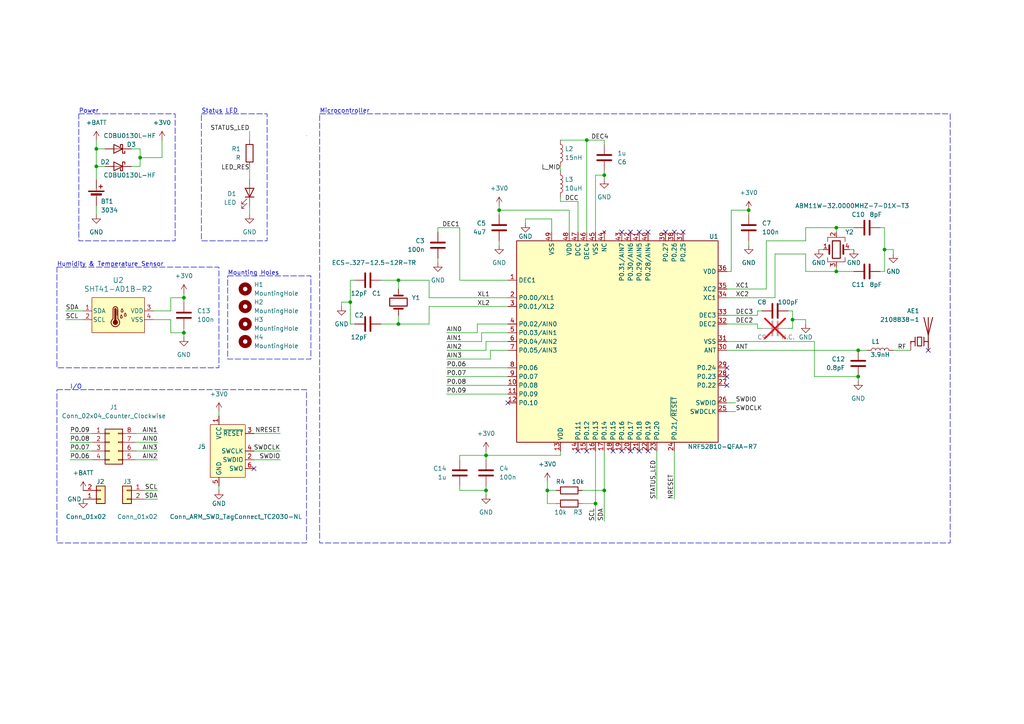
<source format=kicad_sch>
(kicad_sch (version 20230121) (generator eeschema)
  (paper "A4")
  (lib_symbols
    (symbol "Connector:Conn_ARM_SWD_TagConnect_TC2030-NL" (in_bom no)
      (property "Reference" "J" (at 2.54 11.43 0))
      (property "Value" "Conn_ARM_SWD_TagConnect_TC2030-NL" (at 2.54 8.89 0))
      (symbol "Conn_ARM_SWD_TagConnect_TC2030-NL_0_0"
        (pin power_in line (at -2.54 10.16 270) (length 2.54) (name "VCC") (number "1"))
        (pin bidirectional line (at 7.62 -2.54 180) (length 2.54) (name "SWDIO") (number "2"))
        (pin open_collector line (at 7.62 5.08 180) (length 2.54) (name "~{RESET}") (number "3"))
        (pin output line (at 7.62 0 180) (length 2.54) (name "SWCLK") (number "4"))
        (pin power_in line (at -2.54 -10.16 90) (length 2.54) (name "GND") (number "5"))
        (pin input line (at 7.62 -5.08 180) (length 2.54) (name "SWO") (number "6"))
      )
      (symbol "Conn_ARM_SWD_TagConnect_TC2030-NL_0_1"
        (rectangle (start -5.08 7.62) (end 5.08 -7.62) (fill (type background)))
      )
    )
    (symbol "Connector_Generic:Conn_01x02" (pin_names (offset 1.016) hide)
      (property "Reference" "J" (at 0 2.54 0))
      (property "Value" "Conn_01x02" (at 0 -5.08 0))
      (symbol "Conn_01x02_1_1"
        (rectangle (start -1.27 -2.413) (end 0 -2.667) (stroke (width 0.1524)))
        (rectangle (start -1.27 0.127) (end 0 -0.127) (stroke (width 0.1524)))
        (rectangle (start -1.27 1.27) (end 1.27 -3.81) (stroke (width 0.254)) (fill (type background)))
        (pin passive line (at -5.08 0 0) (length 3.81) (name "Pin_1") (number "1"))
        (pin passive line (at -5.08 -2.54 0) (length 3.81) (name "Pin_2") (number "2"))
      )
    )
    (symbol "Connector_Generic:Conn_02x04_Counter_Clockwise" (pin_names (offset 1.016) hide)
      (property "Reference" "J" (at 1.27 5.08 0))
      (property "Value" "Conn_02x04_Counter_Clockwise" (at 1.27 -7.62 0))
      (symbol "Conn_02x04_Counter_Clockwise_1_1"
        (rectangle (start -1.27 -4.953) (end 0 -5.207) (stroke (width 0.1524)))
        (rectangle (start -1.27 -2.413) (end 0 -2.667) (stroke (width 0.1524)))
        (rectangle (start -1.27 0.127) (end 0 -0.127) (stroke (width 0.1524)))
        (rectangle (start -1.27 2.667) (end 0 2.413) (stroke (width 0.1524)))
        (rectangle (start -1.27 3.81) (end 3.81 -6.35) (stroke (width 0.254)) (fill (type background)))
        (rectangle (start 3.81 -4.953) (end 2.54 -5.207) (stroke (width 0.1524)))
        (rectangle (start 3.81 -2.413) (end 2.54 -2.667) (stroke (width 0.1524)))
        (rectangle (start 3.81 0.127) (end 2.54 -0.127) (stroke (width 0.1524)))
        (rectangle (start 3.81 2.667) (end 2.54 2.413) (stroke (width 0.1524)))
        (pin passive line (at -5.08 2.54 0) (length 3.81) (name "Pin_1") (number "1"))
        (pin passive line (at -5.08 0 0) (length 3.81) (name "Pin_2") (number "2"))
        (pin passive line (at -5.08 -2.54 0) (length 3.81) (name "Pin_3") (number "3"))
        (pin passive line (at -5.08 -5.08 0) (length 3.81) (name "Pin_4") (number "4"))
        (pin passive line (at 7.62 -5.08 180) (length 3.81) (name "Pin_5") (number "5"))
        (pin passive line (at 7.62 -2.54 180) (length 3.81) (name "Pin_6") (number "6"))
        (pin passive line (at 7.62 0 180) (length 3.81) (name "Pin_7") (number "7"))
        (pin passive line (at 7.62 2.54 180) (length 3.81) (name "Pin_8") (number "8"))
      )
    )
    (symbol "Device:Antenna_Chip" (pin_numbers hide) (pin_names (offset 1.016) hide)
      (property "Reference" "AE" (at 0 5.08 0))
      (property "Value" "Antenna_Chip" (at 0 3.175 0))
      (symbol "Antenna_Chip_0_1"
        (polyline (pts (xy -2.54 0) (xy -2.54 -0.635)) (stroke (width 0.254)))
        (polyline (pts (xy -2.54 0) (xy -1.27 0)) (stroke (width 0.254)))
        (polyline (pts (xy 1.27 0) (xy 2.54 0)) (stroke (width 0.254)))
        (polyline (pts (xy 1.27 1.27) (xy 1.27 -1.27)) (stroke (width 0.254)))
        (polyline (pts (xy 2.54 -0.635) (xy 2.54 0)))
        (polyline (pts (xy 2.54 6.985) (xy 2.54 -1.905)) (stroke (width 0.254)))
        (polyline (pts (xy -1.27 1.27) (xy -1.27 -1.27) (xy -1.27 0)) (stroke (width 0.254)))
        (polyline (pts (xy 3.81 6.985) (xy 2.54 1.905) (xy 1.27 6.985)) (stroke (width 0.254)))
        (polyline (pts (xy -0.635 1.27) (xy 0.635 1.27) (xy 0.635 -1.27) (xy -0.635 -1.27) (xy -0.635 1.27)) (stroke (width 0.254)))
      )
      (symbol "Antenna_Chip_1_1"
        (pin input line (at -2.54 -2.54 90) (length 2.54) (name "FEED") (number "1"))
        (pin passive line (at 2.54 -2.54 90) (length 2.54) (name "PCB_Trace") (number "2"))
      )
    )
    (symbol "Device:Battery_Cell" (pin_numbers hide) (pin_names (offset 0) hide)
      (property "Reference" "BT" (at 2.54 2.54 0))
      (property "Value" "Battery_Cell" (at 2.54 0 0))
      (symbol "Battery_Cell_0_1"
        (rectangle (start -2.286 1.778) (end 2.286 1.524) (fill (type outline)))
        (rectangle (start -1.524 1.016) (end 1.524 0.508) (fill (type outline)))
        (polyline (pts (xy 0 0.762) (xy 0 0)))
        (polyline (pts (xy 0 1.778) (xy 0 2.54)))
        (polyline (pts (xy 0.762 3.048) (xy 1.778 3.048)) (stroke (width 0.254)))
        (polyline (pts (xy 1.27 3.556) (xy 1.27 2.54)) (stroke (width 0.254)))
      )
      (symbol "Battery_Cell_1_1"
        (pin passive line (at 0 5.08 270) (length 2.54) (name "+") (number "1"))
        (pin passive line (at 0 -2.54 90) (length 2.54) (name "-") (number "2"))
      )
    )
    (symbol "Device:C" (pin_numbers hide) (pin_names (offset 0.254))
      (property "Reference" "C" (at 0.635 2.54 0))
      (property "Value" "C" (at 0.635 -2.54 0))
      (symbol "C_0_1"
        (polyline (pts (xy -2.032 -0.762) (xy 2.032 -0.762)) (stroke (width 0.508)))
        (polyline (pts (xy -2.032 0.762) (xy 2.032 0.762)) (stroke (width 0.508)))
      )
      (symbol "C_1_1"
        (pin passive line (at 0 3.81 270) (length 2.794) (name "~") (number "1"))
        (pin passive line (at 0 -3.81 90) (length 2.794) (name "~") (number "2"))
      )
    )
    (symbol "Device:Crystal" (pin_numbers hide) (pin_names (offset 1.016) hide)
      (property "Reference" "Y" (at 0 3.81 0))
      (property "Value" "Crystal" (at 0 -3.81 0))
      (symbol "Crystal_0_1"
        (rectangle (start -1.143 2.54) (end 1.143 -2.54) (stroke (width 0.3048)))
        (polyline (pts (xy -2.54 0) (xy -1.905 0)))
        (polyline (pts (xy -1.905 -1.27) (xy -1.905 1.27)) (stroke (width 0.508)))
        (polyline (pts (xy 1.905 -1.27) (xy 1.905 1.27)) (stroke (width 0.508)))
        (polyline (pts (xy 2.54 0) (xy 1.905 0)))
      )
      (symbol "Crystal_1_1"
        (pin passive line (at -3.81 0 0) (length 1.27) (name "1") (number "1"))
        (pin passive line (at 3.81 0 180) (length 1.27) (name "2") (number "2"))
      )
    )
    (symbol "Device:Crystal_GND23" (pin_names (offset 1.016) hide)
      (property "Reference" "Y" (at 3.175 5.08 0))
      (property "Value" "Crystal_GND23" (at 3.175 3.175 0))
      (symbol "Crystal_GND23_0_1"
        (rectangle (start -1.143 2.54) (end 1.143 -2.54) (stroke (width 0.3048)))
        (polyline (pts (xy -2.54 0) (xy -2.032 0)))
        (polyline (pts (xy -2.032 -1.27) (xy -2.032 1.27)) (stroke (width 0.508)))
        (polyline (pts (xy 0 -3.81) (xy 0 -3.556)))
        (polyline (pts (xy 0 3.556) (xy 0 3.81)))
        (polyline (pts (xy 2.032 -1.27) (xy 2.032 1.27)) (stroke (width 0.508)))
        (polyline (pts (xy 2.032 0) (xy 2.54 0)))
        (polyline (pts (xy -2.54 -2.286) (xy -2.54 -3.556) (xy 2.54 -3.556) (xy 2.54 -2.286)))
        (polyline (pts (xy -2.54 2.286) (xy -2.54 3.556) (xy 2.54 3.556) (xy 2.54 2.286)))
      )
      (symbol "Crystal_GND23_1_1"
        (pin passive line (at -3.81 0 0) (length 1.27) (name "1") (number "1"))
        (pin passive line (at 0 5.08 270) (length 1.27) (name "2") (number "2"))
        (pin passive line (at 0 -5.08 90) (length 1.27) (name "3") (number "3"))
        (pin passive line (at 3.81 0 180) (length 1.27) (name "4") (number "4"))
      )
    )
    (symbol "Device:D_Schottky" (pin_numbers hide) (pin_names (offset 1.016) hide)
      (property "Reference" "D" (at 0 2.54 0))
      (property "Value" "D_Schottky" (at 0 -2.54 0))
      (symbol "D_Schottky_0_1"
        (polyline (pts (xy 1.27 0) (xy -1.27 0)))
        (polyline (pts (xy 1.27 1.27) (xy 1.27 -1.27) (xy -1.27 0) (xy 1.27 1.27)) (stroke (width 0.254)))
        (polyline (pts (xy -1.905 0.635) (xy -1.905 1.27) (xy -1.27 1.27) (xy -1.27 -1.27) (xy -0.635 -1.27) (xy -0.635 -0.635)) (stroke (width 0.254)))
      )
      (symbol "D_Schottky_1_1"
        (pin passive line (at -3.81 0 0) (length 2.54) (name "K") (number "1"))
        (pin passive line (at 3.81 0 180) (length 2.54) (name "A") (number "2"))
      )
    )
    (symbol "Device:L" (pin_numbers hide) (pin_names (offset 1.016) hide)
      (property "Reference" "L" (at -1.27 0 90))
      (property "Value" "L" (at 1.905 0 90))
      (symbol "L_0_1"
        (arc (start 0 -2.54) (mid 0.6323 -1.905) (end 0 -1.27))
        (arc (start 0 -1.27) (mid 0.6323 -0.635) (end 0 0))
        (arc (start 0 0) (mid 0.6323 0.635) (end 0 1.27))
        (arc (start 0 1.27) (mid 0.6323 1.905) (end 0 2.54))
      )
      (symbol "L_1_1"
        (pin passive line (at 0 3.81 270) (length 1.27) (name "1") (number "1"))
        (pin passive line (at 0 -3.81 90) (length 1.27) (name "2") (number "2"))
      )
    )
    (symbol "Device:LED" (pin_numbers hide) (pin_names (offset 1.016) hide)
      (property "Reference" "D" (at 0 2.54 0))
      (property "Value" "LED" (at 0 -2.54 0))
      (symbol "LED_0_1"
        (polyline (pts (xy -1.27 -1.27) (xy -1.27 1.27)) (stroke (width 0.254)))
        (polyline (pts (xy -1.27 0) (xy 1.27 0)))
        (polyline (pts (xy 1.27 -1.27) (xy 1.27 1.27) (xy -1.27 0) (xy 1.27 -1.27)) (stroke (width 0.254)))
        (polyline (pts (xy -3.048 -0.762) (xy -4.572 -2.286) (xy -3.81 -2.286) (xy -4.572 -2.286) (xy -4.572 -1.524)))
        (polyline (pts (xy -1.778 -0.762) (xy -3.302 -2.286) (xy -2.54 -2.286) (xy -3.302 -2.286) (xy -3.302 -1.524)))
      )
      (symbol "LED_1_1"
        (pin passive line (at -3.81 0 0) (length 2.54) (name "K") (number "1"))
        (pin passive line (at 3.81 0 180) (length 2.54) (name "A") (number "2"))
      )
    )
    (symbol "Device:R" (pin_numbers hide) (pin_names (offset 0))
      (property "Reference" "R" (at 2.032 0 90))
      (property "Value" "R" (at 0 0 90))
      (symbol "R_0_1"
        (rectangle (start -1.016 -2.54) (end 1.016 2.54) (stroke (width 0.254)))
      )
      (symbol "R_1_1"
        (pin passive line (at 0 3.81 270) (length 1.27) (name "~") (number "1"))
        (pin passive line (at 0 -3.81 90) (length 1.27) (name "~") (number "2"))
      )
    )
    (symbol "Mechanical:MountingHole" (pin_names (offset 1.016))
      (property "Reference" "H" (at 0 5.08 0))
      (property "Value" "MountingHole" (at 0 3.175 0))
      (symbol "MountingHole_0_1"
        (circle (center 0 0) (radius 1.27) (stroke (width 1.27)))
      )
    )
    (symbol "encyclopedia_galactica:NRF52810-QFAA-R7"
      (property "Reference" "U" (at 0 54.61 0))
      (property "Value" "NRF52810-QFAA-R7" (at 0 52.07 0))
      (symbol "NRF52810-QFAA-R7_0_1"
        (rectangle (start -29.21 29.21) (end 29.21 -29.21) (stroke (width 0.254)) (fill (type background)))
      )
      (symbol "NRF52810-QFAA-R7_1_1"
        (pin passive line (at -31.75 17.78 0) (length 2.54) (name "DEC1") (number "1"))
        (pin bidirectional line (at -31.75 -12.7 0) (length 2.54) (name "P0.08") (number "10"))
        (pin bidirectional line (at -31.75 -15.24 0) (length 2.54) (name "P0.09") (number "11"))
        (pin bidirectional line (at -31.75 -17.78 0) (length 2.54) (name "P0.10") (number "12"))
        (pin power_in line (at -16.51 -31.75 90) (length 2.54) (name "VDD") (number "13"))
        (pin bidirectional line (at -11.43 -31.75 90) (length 2.54) (name "P0.11") (number "14"))
        (pin bidirectional line (at -8.89 -31.75 90) (length 2.54) (name "P0.12") (number "15"))
        (pin bidirectional line (at -6.35 -31.75 90) (length 2.54) (name "P0.13") (number "16"))
        (pin bidirectional line (at -3.81 -31.75 90) (length 2.54) (name "P0.14") (number "17"))
        (pin bidirectional line (at -1.27 -31.75 90) (length 2.54) (name "P0.15") (number "18"))
        (pin bidirectional line (at 1.27 -31.75 90) (length 2.54) (name "P0.16") (number "19"))
        (pin bidirectional line (at -31.75 12.7 0) (length 2.54) (name "P0.00/XL1") (number "2"))
        (pin bidirectional line (at 3.81 -31.75 90) (length 2.54) (name "P0.17") (number "20"))
        (pin bidirectional line (at 6.35 -31.75 90) (length 2.54) (name "P0.18") (number "21"))
        (pin bidirectional line (at 8.89 -31.75 90) (length 2.54) (name "P0.19") (number "22"))
        (pin bidirectional line (at 11.43 -31.75 90) (length 2.54) (name "P0.20") (number "23"))
        (pin bidirectional line (at 16.51 -31.75 90) (length 2.54) (name "P0.21/~{RESET}") (number "24"))
        (pin input line (at 31.75 -20.32 180) (length 2.54) (name "SWDCLK") (number "25"))
        (pin bidirectional line (at 31.75 -17.78 180) (length 2.54) (name "SWDIO") (number "26"))
        (pin bidirectional line (at 31.75 -12.7 180) (length 2.54) (name "P0.22") (number "27"))
        (pin bidirectional line (at 31.75 -10.16 180) (length 2.54) (name "P0.23") (number "28"))
        (pin bidirectional line (at 31.75 -7.62 180) (length 2.54) (name "P0.24") (number "29"))
        (pin bidirectional line (at -31.75 10.16 0) (length 2.54) (name "P0.01/XL2") (number "3"))
        (pin passive line (at 31.75 -2.54 180) (length 2.54) (name "ANT") (number "30"))
        (pin power_in line (at 31.75 0 180) (length 2.54) (name "VSS") (number "31"))
        (pin passive line (at 31.75 5.08 180) (length 2.54) (name "DEC2") (number "32"))
        (pin passive line (at 31.75 7.62 180) (length 2.54) (name "DEC3") (number "33"))
        (pin input line (at 31.75 12.7 180) (length 2.54) (name "XC1") (number "34"))
        (pin input line (at 31.75 15.24 180) (length 2.54) (name "XC2") (number "35"))
        (pin passive line (at 31.75 20.32 180) (length 2.54) (name "VDD") (number "36"))
        (pin bidirectional line (at 19.05 31.75 270) (length 2.54) (name "P0.25") (number "37"))
        (pin bidirectional line (at 16.51 31.75 270) (length 2.54) (name "P0.26") (number "38"))
        (pin bidirectional line (at 13.97 31.75 270) (length 2.54) (name "P0.27") (number "39"))
        (pin bidirectional line (at -31.75 5.08 0) (length 2.54) (name "P0.02/AIN0") (number "4"))
        (pin bidirectional line (at 8.89 31.75 270) (length 2.54) (name "P0.28/AIN4") (number "40"))
        (pin bidirectional line (at 6.35 31.75 270) (length 2.54) (name "P0.29/AIN5") (number "41"))
        (pin bidirectional line (at 3.81 31.75 270) (length 2.54) (name "P0.30/AIN6") (number "42"))
        (pin bidirectional line (at 1.27 31.75 270) (length 2.54) (name "P0.31/AIN7") (number "43"))
        (pin no_connect line (at -3.81 31.75 270) (length 2.54) (name "NC") (number "44"))
        (pin passive line (at -6.35 31.75 270) (length 2.54) (name "VSS") (number "45"))
        (pin passive line (at -8.89 31.75 270) (length 2.54) (name "DEC4") (number "46"))
        (pin power_out line (at -11.43 31.75 270) (length 2.54) (name "DCC") (number "47"))
        (pin passive line (at -13.97 31.75 270) (length 2.54) (name "VDD") (number "48"))
        (pin passive line (at -19.05 31.75 270) (length 2.54) (name "VSS") (number "49"))
        (pin bidirectional line (at -31.75 2.54 0) (length 2.54) (name "P0.03/AIN1") (number "5"))
        (pin bidirectional line (at -31.75 0 0) (length 2.54) (name "P0.04/AIN2") (number "6"))
        (pin bidirectional line (at -31.75 -2.54 0) (length 2.54) (name "P0.05/AIN3") (number "7"))
        (pin bidirectional line (at -31.75 -7.62 0) (length 2.54) (name "P0.06") (number "8"))
        (pin bidirectional line (at -31.75 -10.16 0) (length 2.54) (name "P0.07") (number "9"))
      )
    )
    (symbol "encyclopedia_galactica:SHT41-AD1B-R2" (pin_names (offset 0.254))
      (property "Reference" "U" (at 0 13.97 0))
      (property "Value" "SHT41-AD1B-R2" (at 0 11.43 0))
      (symbol "SHT41-AD1B-R2_0_0"
        (polyline (pts (xy -0.7782 -2.7679) (xy -0.7538 -2.7614) (xy -0.6273 -2.7452) (xy -0.5713 -2.733) (xy -0.4386 -2.65) (xy -0.3005 -2.5149) (xy -0.1862 -2.3589) (xy -0.1253 -2.2133) (xy -0.1122 -1.9777) (xy -0.1841 -1.7536) (xy -0.3553 -1.5359) (xy -0.5465 -1.3446) (xy -0.5465 0.2882) (xy -0.5465 1.9209) (xy -0.6855 2.012) (xy -0.7691 2.0613) (xy -0.8546 2.0708) (xy -0.9634 2.012) (xy -1.1023 1.9209) (xy -1.1023 0.2767) (xy -1.1023 -1.3675) (xy -1.2424 -1.4777) (xy -1.2888 -1.5171) (xy -1.4497 -1.7284) (xy -1.5229 -1.9679) (xy -1.5126 -2.2124) (xy -1.4228 -2.4384) (xy -1.2576 -2.6226) (xy -1.0211 -2.7416) (xy -0.8813 -2.7694) (xy -0.7782 -2.7679)) (stroke (width 0.01)) (fill (type outline)))
        (polyline (pts (xy 2.1727 -0.3391) (xy 2.3119 -0.2679) (xy 2.3683 -0.175) (xy 2.3992 -0.0278) (xy 2.3871 0.0546) (xy 2.337 0.2108) (xy 2.2619 0.3868) (xy 2.177 0.5511) (xy 2.0973 0.6727) (xy 2.0379 0.7202) (xy 1.9994 0.6955) (xy 1.9245 0.5928) (xy 1.8393 0.4391) (xy 1.7593 0.2658) (xy 1.6999 0.1045) (xy 1.6767 -0.0135) (xy 1.6805 -0.0349) (xy 1.7878 -0.0349) (xy 1.7977 0.0177) (xy 1.8421 0.1542) (xy 1.9103 0.3256) (xy 2.0328 0.6103) (xy 2.1597 0.3359) (xy 2.2226 0.1922) (xy 2.2764 0.0231) (xy 2.275 -0.0919) (xy 2.2213 -0.1774) (xy 2.1655 -0.214) (xy 2.0379 -0.2441) (xy 1.9584 -0.2324) (xy 1.8367 -0.1559) (xy 1.7878 -0.0349) (xy 1.6805 -0.0349) (xy 1.6952 -0.1171) (xy 1.7686 -0.2536) (xy 1.8305 -0.3015) (xy 1.9945 -0.3498) (xy 2.1727 -0.3391)) (stroke (width 0.01)) (fill (type outline)))
        (polyline (pts (xy 1.2779 0.8852) (xy 1.3876 0.9342) (xy 1.439 1.0346) (xy 1.4494 1.2197) (xy 1.4056 1.4476) (xy 1.3104 1.6903) (xy 1.2438 1.815) (xy 1.1682 1.9333) (xy 1.1209 1.9791) (xy 1.087 1.9506) (xy 1.016 1.8457) (xy 0.9313 1.6903) (xy 0.8493 1.4902) (xy 0.7962 1.2577) (xy 0.7964 1.2083) (xy 0.8985 1.2083) (xy 0.907 1.2863) (xy 0.947 1.4367) (xy 1.0063 1.5899) (xy 1.0699 1.7089) (xy 1.1227 1.7568) (xy 1.1687 1.7194) (xy 1.2295 1.6057) (xy 1.286 1.4514) (xy 1.3252 1.2933) (xy 1.3338 1.1679) (xy 1.3235 1.1054) (xy 1.2709 1.0212) (xy 1.1467 0.9899) (xy 1.1356 0.9889) (xy 0.987 0.994) (xy 0.9164 1.0597) (xy 0.8985 1.2083) (xy 0.7964 1.2083) (xy 0.7968 1.063) (xy 0.8541 0.9342) (xy 0.9555 0.8871) (xy 1.116 0.8695) (xy 1.2779 0.8852)) (stroke (width 0.01)) (fill (type outline)))
        (polyline (pts (xy 1.1245 -0.8535) (xy 1.1312 -0.8498) (xy 1.2085 -0.7577) (xy 1.2315 -0.5895) (xy 1.2238 -0.507) (xy 1.1823 -0.3342) (xy 1.116 -0.1464) (xy 1.038 0.0259) (xy 0.9612 0.1517) (xy 0.8985 0.2005) (xy 0.864 0.1827) (xy 0.7914 0.0847) (xy 0.7123 -0.0722) (xy 0.6397 -0.2572) (xy 0.5864 -0.4397) (xy 0.5682 -0.5702) (xy 0.6762 -0.5702) (xy 0.6847 -0.4923) (xy 0.7246 -0.3419) (xy 0.784 -0.1887) (xy 0.8476 -0.0697) (xy 0.9004 -0.0218) (xy 0.9464 -0.0591) (xy 1.0072 -0.1728) (xy 1.0637 -0.3271) (xy 1.1029 -0.4853) (xy 1.1115 -0.6106) (xy 1.1012 -0.6731) (xy 1.0485 -0.7574) (xy 0.9243 -0.7887) (xy 0.9133 -0.7897) (xy 0.7647 -0.7846) (xy 0.6941 -0.7188) (xy 0.6762 -0.5702) (xy 0.5682 -0.5702) (xy 0.5656 -0.5887) (xy 0.5845 -0.7427) (xy 0.6623 -0.851) (xy 0.7257 -0.88) (xy 0.9286 -0.906) (xy 1.1245 -0.8535)) (stroke (width 0.01)) (fill (type outline)))
        (polyline (pts (xy -0.5545 -3.3797) (xy -0.2175 -3.2426) (xy 0.0945 -2.9972) (xy 0.1243 -2.9669) (xy 0.3463 -2.6832) (xy 0.4707 -2.3844) (xy 0.5089 -2.044) (xy 0.476 -1.8294) (xy 0.3828 -1.5698) (xy 0.2505 -1.3237) (xy 0.1 -1.1376) (xy -0.0463 -1.0029) (xy -0.0464 0.4742) (xy -0.0467 0.7893) (xy -0.0488 1.1761) (xy -0.0534 1.4752) (xy -0.0614 1.7005) (xy -0.0736 1.8661) (xy -0.0909 1.986) (xy -0.1139 2.0742) (xy -0.1437 2.1447) (xy -0.2598 2.3183) (xy -0.4689 2.4887) (xy -0.7142 2.5745) (xy -0.9722 2.5687) (xy -1.2192 2.4643) (xy -1.2384 2.4513) (xy -1.3421 2.3751) (xy -1.424 2.294) (xy -1.4867 2.1948) (xy -1.5327 2.0641) (xy -1.5646 1.8887) (xy -1.585 1.6553) (xy -1.5964 1.3506) (xy -1.6014 0.9613) (xy -1.6025 0.4742) (xy -1.6026 -1.0029) (xy -1.7489 -1.1376) (xy -1.8907 -1.3105) (xy -2.0247 -1.5544) (xy -2.1208 -1.8145) (xy -2.1578 -2.044) (xy -2.1575 -2.0827) (xy -2.138 -2.2218) (xy -1.9808 -2.2218) (xy -1.9707 -1.897) (xy -1.8626 -1.5804) (xy -1.6554 -1.2905) (xy -1.4358 -1.0597) (xy -1.4358 0.4346) (xy -1.4358 0.4797) (xy -1.4346 0.9365) (xy -1.4309 1.2963) (xy -1.424 1.572) (xy -1.4133 1.7764) (xy -1.398 1.9226) (xy -1.3777 2.0235) (xy -1.3515 2.0921) (xy -1.3513 2.0925) (xy -1.216 2.2564) (xy -1.0244 2.3768) (xy -0.8244 2.4237) (xy -0.7891 2.4224) (xy -0.5709 2.3561) (xy -0.3871 2.2073) (xy -0.2603 2.0002) (xy -0.2131 1.7595) (xy -0.2144 1.7118) (xy -0.2434 1.6157) (xy -0.3242 1.59) (xy -0.389 1.5745) (xy -0.4354 1.5066) (xy -0.4147 1.458) (xy -0.3242 1.4233) (xy -0.2391 1.3933) (xy -0.2131 1.2843) (xy -0.237 1.1779) (xy -0.3242 1.1454) (xy -0.389 1.1299) (xy -0.4354 1.062) (xy -0.4147 1.0134) (xy -0.3242 0.9786) (xy -0.2391 0.9486) (xy -0.2131 0.8397) (xy -0.237 0.7333) (xy -0.3242 0.7007) (xy -0.389 0.6853) (xy -0.4354 0.6174) (xy -0.4147 0.5687) (xy -0.3242 0.534) (xy -0.2391 0.504) (xy -0.2131 0.395) (xy -0.237 0.2887) (xy -0.3242 0.2561) (xy -0.389 0.2406) (xy -0.4354 0.1727) (xy -0.4147 0.1241) (xy -0.3242 0.0894) (xy -0.3128 0.0892) (xy -0.2667 0.0778) (xy -0.2375 0.0345) (xy -0.2213 -0.0606) (xy -0.2145 -0.2272) (xy -0.2131 -0.4852) (xy -0.2131 -1.0597) (xy 0.0065 -1.2905) (xy 0.1132 -1.418) (xy 0.2758 -1.7239) (xy 0.3386 -2.0486) (xy 0.3025 -2.3736) (xy 0.168 -2.6806) (xy -0.0639 -2.9511) (xy -0.1168 -2.9941) (xy -0.3007 -3.1115) (xy -0.4755 -3.1865) (xy -0.586 -3.2131) (xy -0.9384 -3.2355) (xy -1.2628 -3.1514) (xy -1.568 -2.9592) (xy -1.7106 -2.8208) (xy -1.8938 -2.5359) (xy -1.9808 -2.2218) (xy -2.138 -2.2218) (xy -2.1106 -2.4174) (xy -1.9764 -2.7137) (xy -1.7434 -2.9978) (xy -1.5826 -3.142) (xy -1.4085 -3.2682) (xy -1.2691 -3.3395) (xy -0.9161 -3.4084) (xy -0.5545 -3.3797)) (stroke (width 0.01)) (fill (type outline)))
      )
      (symbol "SHT41-AD1B-R2_1_1"
        (rectangle (start -7.62 5.08) (end 7.62 -5.08) (fill (type background)))
        (pin bidirectional line (at -10.16 1.27 0) (length 2.54) (name "SDA") (number "1"))
        (pin input line (at -10.16 -1.27 0) (length 2.54) (name "SCL") (number "2"))
        (pin power_in line (at 10.16 1.27 180) (length 2.54) (name "VDD") (number "3"))
        (pin power_out line (at 10.16 -1.27 180) (length 2.54) (name "VSS") (number "4"))
      )
    )
    (symbol "power:+3V0" (power) (pin_names (offset 0))
      (property "Value" "+3V0" (at 0 3.556 0))
      (symbol "+3V0_0_1"
        (polyline (pts (xy -0.762 1.27) (xy 0 2.54)))
        (polyline (pts (xy 0 0) (xy 0 2.54)))
        (polyline (pts (xy 0 2.54) (xy 0.762 1.27)))
      )
      (symbol "+3V0_1_1"
        (pin power_in line (at 0 0 90) (length 0) hide (name "+3V0") (number "1"))
      )
    )
    (symbol "power:+BATT" (power) (pin_names (offset 0))
      (property "Value" "+BATT" (at 0 3.556 0))
      (symbol "+BATT_0_1"
        (polyline (pts (xy -0.762 1.27) (xy 0 2.54)))
        (polyline (pts (xy 0 0) (xy 0 2.54)))
        (polyline (pts (xy 0 2.54) (xy 0.762 1.27)))
      )
      (symbol "+BATT_1_1"
        (pin power_in line (at 0 0 90) (length 0) hide (name "+BATT") (number "1"))
      )
    )
    (symbol "power:GND" (power) (pin_names (offset 0))
      (property "Value" "GND" (at 0 -3.81 0))
      (symbol "GND_0_1"
        (polyline (pts (xy 0 0) (xy 0 -1.27) (xy 1.27 -1.27) (xy 0 -2.54) (xy -1.27 -1.27) (xy 0 -1.27)))
      )
      (symbol "GND_1_1"
        (pin power_in line (at 0 0 270) (length 0) hide (name "GND") (number "1"))
      )
    )
  )
  (junction (at 140.97 142.24))
  (junction (at 242.57 66.04))
  (junction (at 27.94 48.26))
  (junction (at 217.17 60.96))
  (junction (at 248.92 109.22))
  (junction (at 140.97 132.08))
  (junction (at 175.26 50.8))
  (junction (at 158.75 142.24))
  (junction (at 248.92 101.6))
  (junction (at 144.78 60.96))
  (junction (at 115.57 93.98))
  (junction (at 53.34 96.52))
  (junction (at 27.94 43.18))
  (junction (at 170.18 40.64))
  (junction (at 175.26 142.24))
  (junction (at 172.72 146.05))
  (junction (at 40.64 45.72))
  (junction (at 242.57 78.74))
  (junction (at 101.6 87.63))
  (junction (at 229.87 92.71))
  (junction (at 115.57 81.28))
  (junction (at 53.34 86.36))
  (junction (at 256.54 72.39))
  (no_connect (at 182.88 130.81))
  (no_connect (at 73.66 135.89))
  (no_connect (at 210.82 111.76))
  (no_connect (at 210.82 109.22))
  (no_connect (at 167.64 130.81))
  (no_connect (at 269.24 101.6))
  (no_connect (at 180.34 130.81))
  (no_connect (at 170.18 130.81))
  (no_connect (at 177.8 130.81))
  (no_connect (at 187.96 67.31))
  (no_connect (at 147.32 116.84))
  (no_connect (at 185.42 130.81))
  (no_connect (at 185.42 67.31))
  (no_connect (at 180.34 67.31))
  (no_connect (at 187.96 130.81))
  (no_connect (at 195.58 67.31))
  (no_connect (at 193.04 67.31))
  (no_connect (at 182.88 67.31))
  (no_connect (at 210.82 106.68))
  (no_connect (at 198.12 67.31))
  (wire (pts (xy 129.54 99.06) (xy 139.7 99.06)))
  (wire (pts (xy 127 74.93) (xy 127 76.2)))
  (wire (pts (xy 101.6 93.98) (xy 101.6 87.63)))
  (wire (pts (xy 175.26 49.53) (xy 175.26 50.8)))
  (wire (pts (xy 242.57 78.74) (xy 242.57 77.47)))
  (wire (pts (xy 212.09 78.74) (xy 210.82 78.74)))
  (wire (pts (xy 19.05 92.71) (xy 24.13 92.71)))
  (wire (pts (xy 147.32 96.52) (xy 139.7 96.52)))
  (wire (pts (xy 222.25 69.85) (xy 222.25 83.82)))
  (wire (pts (xy 129.54 114.3) (xy 147.32 114.3)))
  (wire (pts (xy 233.68 92.71) (xy 229.87 92.71)))
  (wire (pts (xy 161.29 142.24) (xy 158.75 142.24)))
  (wire (pts (xy 224.79 73.66) (xy 233.68 73.66)))
  (wire (pts (xy 38.1 43.18) (xy 40.64 43.18)))
  (wire (pts (xy 172.72 146.05) (xy 172.72 151.13)))
  (wire (pts (xy 160.02 63.5) (xy 152.4 63.5)))
  (wire (pts (xy 53.34 85.09) (xy 53.34 86.36)))
  (wire (pts (xy 115.57 81.28) (xy 115.57 83.82)))
  (wire (pts (xy 190.5 130.81) (xy 190.5 144.78)))
  (wire (pts (xy 124.46 81.28) (xy 124.46 86.36)))
  (wire (pts (xy 259.08 101.6) (xy 264.16 101.6)))
  (wire (pts (xy 27.94 48.26) (xy 30.48 48.26)))
  (wire (pts (xy 27.94 59.69) (xy 27.94 62.23)))
  (wire (pts (xy 144.78 71.12) (xy 144.78 69.85)))
  (wire (pts (xy 140.97 99.06) (xy 140.97 101.6)))
  (wire (pts (xy 39.37 130.81) (xy 45.72 130.81)))
  (wire (pts (xy 49.53 86.36) (xy 53.34 86.36)))
  (wire (pts (xy 256.54 78.74) (xy 256.54 72.39)))
  (wire (pts (xy 162.56 58.42) (xy 167.64 58.42)))
  (wire (pts (xy 220.98 95.25) (xy 219.71 95.25)))
  (wire (pts (xy 72.39 38.1) (xy 72.39 40.64)))
  (wire (pts (xy 102.87 93.98) (xy 101.6 93.98)))
  (wire (pts (xy 140.97 140.97) (xy 140.97 142.24)))
  (wire (pts (xy 129.54 101.6) (xy 140.97 101.6)))
  (wire (pts (xy 129.54 106.68) (xy 147.32 106.68)))
  (wire (pts (xy 140.97 132.08) (xy 140.97 133.35)))
  (wire (pts (xy 129.54 109.22) (xy 147.32 109.22)))
  (wire (pts (xy 127 67.31) (xy 127 66.04)))
  (wire (pts (xy 27.94 40.64) (xy 27.94 43.18)))
  (wire (pts (xy 133.35 81.28) (xy 133.35 66.04)))
  (wire (pts (xy 133.35 66.04) (xy 127 66.04)))
  (wire (pts (xy 147.32 93.98) (xy 138.43 93.98)))
  (wire (pts (xy 233.68 93.98) (xy 233.68 92.71)))
  (wire (pts (xy 248.92 101.6) (xy 251.46 101.6)))
  (wire (pts (xy 229.87 92.71) (xy 229.87 95.25)))
  (wire (pts (xy 49.53 90.17) (xy 49.53 86.36)))
  (wire (pts (xy 39.37 133.35) (xy 45.72 133.35)))
  (wire (pts (xy 40.64 43.18) (xy 40.64 45.72)))
  (wire (pts (xy 133.35 132.08) (xy 140.97 132.08)))
  (wire (pts (xy 53.34 86.36) (xy 53.34 87.63)))
  (wire (pts (xy 242.57 66.04) (xy 233.68 66.04)))
  (wire (pts (xy 238.76 72.39) (xy 237.49 72.39)))
  (wire (pts (xy 170.18 40.64) (xy 170.18 67.31)))
  (wire (pts (xy 129.54 111.76) (xy 147.32 111.76)))
  (wire (pts (xy 220.98 90.17) (xy 219.71 90.17)))
  (wire (pts (xy 172.72 130.81) (xy 172.72 146.05)))
  (wire (pts (xy 140.97 130.81) (xy 140.97 132.08)))
  (wire (pts (xy 165.1 60.96) (xy 144.78 60.96)))
  (wire (pts (xy 228.6 90.17) (xy 229.87 90.17)))
  (wire (pts (xy 20.32 128.27) (xy 26.67 128.27)))
  (wire (pts (xy 210.82 99.06) (xy 236.22 99.06)))
  (wire (pts (xy 99.06 88.9) (xy 99.06 87.63)))
  (wire (pts (xy 133.35 140.97) (xy 133.35 142.24)))
  (wire (pts (xy 210.82 101.6) (xy 248.92 101.6)))
  (wire (pts (xy 110.49 81.28) (xy 115.57 81.28)))
  (wire (pts (xy 142.24 101.6) (xy 142.24 104.14)))
  (wire (pts (xy 139.7 96.52) (xy 139.7 99.06)))
  (wire (pts (xy 20.32 130.81) (xy 26.67 130.81)))
  (wire (pts (xy 165.1 67.31) (xy 165.1 60.96)))
  (wire (pts (xy 224.79 73.66) (xy 224.79 86.36)))
  (wire (pts (xy 161.29 146.05) (xy 158.75 146.05)))
  (wire (pts (xy 158.75 142.24) (xy 158.75 139.7)))
  (wire (pts (xy 140.97 132.08) (xy 162.56 132.08)))
  (wire (pts (xy 242.57 66.04) (xy 242.57 67.31)))
  (wire (pts (xy 256.54 66.04) (xy 255.27 66.04)))
  (wire (pts (xy 233.68 78.74) (xy 242.57 78.74)))
  (wire (pts (xy 195.58 130.81) (xy 195.58 144.78)))
  (wire (pts (xy 236.22 99.06) (xy 236.22 109.22)))
  (wire (pts (xy 40.64 48.26) (xy 38.1 48.26)))
  (wire (pts (xy 247.65 72.39) (xy 246.38 72.39)))
  (wire (pts (xy 217.17 60.96) (xy 217.17 62.23)))
  (wire (pts (xy 45.72 142.24) (xy 41.91 142.24)))
  (wire (pts (xy 162.56 48.26) (xy 162.56 49.53)))
  (wire (pts (xy 138.43 93.98) (xy 138.43 96.52)))
  (wire (pts (xy 236.22 109.22) (xy 248.92 109.22)))
  (wire (pts (xy 46.99 40.64) (xy 46.99 45.72)))
  (wire (pts (xy 115.57 93.98) (xy 124.46 93.98)))
  (wire (pts (xy 63.5 140.97) (xy 63.5 142.24)))
  (wire (pts (xy 40.64 45.72) (xy 40.64 48.26)))
  (wire (pts (xy 20.32 125.73) (xy 26.67 125.73)))
  (wire (pts (xy 210.82 93.98) (xy 219.71 93.98)))
  (wire (pts (xy 45.72 144.78) (xy 41.91 144.78)))
  (wire (pts (xy 217.17 69.85) (xy 217.17 71.12)))
  (wire (pts (xy 20.32 133.35) (xy 26.67 133.35)))
  (wire (pts (xy 53.34 96.52) (xy 53.34 97.79)))
  (wire (pts (xy 259.08 73.66) (xy 259.08 72.39)))
  (wire (pts (xy 124.46 86.36) (xy 147.32 86.36)))
  (wire (pts (xy 124.46 88.9) (xy 147.32 88.9)))
  (wire (pts (xy 72.39 59.69) (xy 72.39 62.23)))
  (wire (pts (xy 175.26 142.24) (xy 175.26 151.13)))
  (wire (pts (xy 72.39 48.26) (xy 72.39 52.07)))
  (wire (pts (xy 160.02 67.31) (xy 160.02 63.5)))
  (wire (pts (xy 73.66 130.81) (xy 81.28 130.81)))
  (wire (pts (xy 39.37 125.73) (xy 45.72 125.73)))
  (wire (pts (xy 115.57 81.28) (xy 124.46 81.28)))
  (wire (pts (xy 210.82 91.44) (xy 219.71 91.44)))
  (wire (pts (xy 212.09 60.96) (xy 217.17 60.96)))
  (wire (pts (xy 46.99 45.72) (xy 40.64 45.72)))
  (wire (pts (xy 175.26 40.64) (xy 175.26 41.91)))
  (wire (pts (xy 144.78 59.69) (xy 144.78 60.96)))
  (wire (pts (xy 228.6 95.25) (xy 229.87 95.25)))
  (wire (pts (xy 255.27 78.74) (xy 256.54 78.74)))
  (wire (pts (xy 138.43 96.52) (xy 129.54 96.52)))
  (wire (pts (xy 133.35 133.35) (xy 133.35 132.08)))
  (wire (pts (xy 124.46 93.98) (xy 124.46 88.9)))
  (wire (pts (xy 175.26 50.8) (xy 175.26 52.07)))
  (wire (pts (xy 210.82 119.38) (xy 213.36 119.38)))
  (wire (pts (xy 101.6 87.63) (xy 101.6 81.28)))
  (wire (pts (xy 170.18 40.64) (xy 175.26 40.64)))
  (wire (pts (xy 147.32 101.6) (xy 142.24 101.6)))
  (wire (pts (xy 162.56 40.64) (xy 170.18 40.64)))
  (wire (pts (xy 63.5 119.38) (xy 63.5 120.65)))
  (wire (pts (xy 158.75 146.05) (xy 158.75 142.24)))
  (wire (pts (xy 53.34 95.25) (xy 53.34 96.52)))
  (wire (pts (xy 224.79 86.36) (xy 210.82 86.36)))
  (wire (pts (xy 219.71 93.98) (xy 219.71 95.25)))
  (wire (pts (xy 144.78 60.96) (xy 144.78 62.23)))
  (wire (pts (xy 233.68 66.04) (xy 233.68 69.85)))
  (wire (pts (xy 142.24 104.14) (xy 129.54 104.14)))
  (wire (pts (xy 175.26 130.81) (xy 175.26 142.24)))
  (wire (pts (xy 39.37 128.27) (xy 45.72 128.27)))
  (wire (pts (xy 248.92 109.22) (xy 248.92 110.49)))
  (wire (pts (xy 44.45 90.17) (xy 49.53 90.17)))
  (wire (pts (xy 256.54 72.39) (xy 256.54 66.04)))
  (wire (pts (xy 172.72 50.8) (xy 175.26 50.8)))
  (wire (pts (xy 73.66 133.35) (xy 81.28 133.35)))
  (wire (pts (xy 259.08 72.39) (xy 256.54 72.39)))
  (wire (pts (xy 49.53 92.71) (xy 49.53 96.52)))
  (wire (pts (xy 147.32 81.28) (xy 133.35 81.28)))
  (wire (pts (xy 233.68 78.74) (xy 233.68 73.66)))
  (wire (pts (xy 247.65 66.04) (xy 242.57 66.04)))
  (wire (pts (xy 44.45 92.71) (xy 49.53 92.71)))
  (wire (pts (xy 229.87 90.17) (xy 229.87 92.71)))
  (wire (pts (xy 140.97 142.24) (xy 140.97 143.51)))
  (wire (pts (xy 115.57 91.44) (xy 115.57 93.98)))
  (wire (pts (xy 19.05 90.17) (xy 24.13 90.17)))
  (wire (pts (xy 167.64 58.42) (xy 167.64 67.31)))
  (wire (pts (xy 110.49 93.98) (xy 115.57 93.98)))
  (wire (pts (xy 147.32 99.06) (xy 140.97 99.06)))
  (wire (pts (xy 49.53 96.52) (xy 53.34 96.52)))
  (wire (pts (xy 162.56 130.81) (xy 162.56 132.08)))
  (wire (pts (xy 212.09 60.96) (xy 212.09 78.74)))
  (wire (pts (xy 172.72 50.8) (xy 172.72 67.31)))
  (wire (pts (xy 210.82 116.84) (xy 213.36 116.84)))
  (wire (pts (xy 168.91 142.24) (xy 175.26 142.24)))
  (wire (pts (xy 152.4 63.5) (xy 152.4 64.77)))
  (wire (pts (xy 222.25 69.85) (xy 233.68 69.85)))
  (wire (pts (xy 27.94 48.26) (xy 27.94 52.07)))
  (wire (pts (xy 99.06 87.63) (xy 101.6 87.63)))
  (wire (pts (xy 133.35 142.24) (xy 140.97 142.24)))
  (wire (pts (xy 247.65 78.74) (xy 242.57 78.74)))
  (wire (pts (xy 73.66 125.73) (xy 81.28 125.73)))
  (wire (pts (xy 27.94 43.18) (xy 27.94 48.26)))
  (wire (pts (xy 210.82 83.82) (xy 222.25 83.82)))
  (wire (pts (xy 27.94 43.18) (xy 30.48 43.18)))
  (wire (pts (xy 168.91 146.05) (xy 172.72 146.05)))
  (wire (pts (xy 162.56 58.42) (xy 162.56 57.15)))
  (wire (pts (xy 101.6 81.28) (xy 102.87 81.28)))
  (wire (pts (xy 219.71 90.17) (xy 219.71 91.44)))
  (rectangle (start 58.42 33.02) (end 77.47 69.85) (stroke (width 0) (type dash)))
  (rectangle (start 16.51 113.03) (end 88.9 157.48) (stroke (width 0) (type dash)))
  (rectangle (start 22.86 33.02) (end 50.8 69.85) (stroke (width 0) (type dash)))
  (rectangle (start 92.71 33.02) (end 275.59 157.48) (stroke (width 0) (type dash)))
  (rectangle (start 16.51 77.47) (end 63.5 106.68) (stroke (width 0) (type dash)))
  (rectangle (start 66.04 80.01) (end 90.17 104.14) (stroke (width 0) (type dash)))
  (rectangle (start 88.9 39.37) (end 88.9 39.37))
  (text "Humidity & Temperature Sensor" (at 16.51 77.47 0) (effects (font (size 1.27 1.27)) (justify left bottom)))
  (text "Microcontroller" (at 92.71 33.02 0) (effects (font (size 1.27 1.27)) (justify left bottom)))
  (text "Mounting Holes" (at 66.04 80.01 0) (effects (font (size 1.27 1.27)) (justify left bottom)))
  (text "I/O" (at 20.32 113.03 0) (effects (font (size 1.27 1.27)) (justify left bottom)))
  (text "Status LED" (at 58.42 33.02 0) (effects (font (size 1.27 1.27)) (justify left bottom)))
  (text "Power" (at 22.86 33.02 0) (effects (font (size 1.27 1.27)) (justify left bottom)))
  (label "P0.06" (at 20.32 133.35 0))
  (label "ANT" (at 213.36 101.6 0))
  (label "AIN0" (at 129.54 96.52 0))
  (label "P0.06" (at 129.54 106.68 0))
  (label "SDA" (at 19.05 90.17 0))
  (label "AIN2" (at 45.72 133.35 180))
  (label "SCL" (at 45.72 142.24 180))
  (label "SWDIO" (at 81.28 133.35 180))
  (label "SWDIO" (at 213.36 116.84 0))
  (label "XC1" (at 213.36 83.82 0))
  (label "STATUS_LED" (at 72.39 38.1 180))
  (label "SCL" (at 172.72 151.13 90))
  (label "DEC3" (at 213.36 91.44 0))
  (label "P0.08" (at 129.54 111.76 0))
  (label "P0.09" (at 20.32 125.73 0))
  (label "RF" (at 260.35 101.6 0))
  (label "DCC" (at 163.83 58.42 0))
  (label "XL2" (at 138.43 88.9 0))
  (label "AIN3" (at 129.54 104.14 0))
  (label "DEC2" (at 213.36 93.98 0))
  (label "P0.08" (at 20.32 128.27 0))
  (label "NRESET" (at 81.28 125.73 180))
  (label "AIN3" (at 45.72 130.81 180))
  (label "LED_RES" (at 72.39 49.53 180))
  (label "DEC1" (at 133.35 66.04 180))
  (label "SDA" (at 175.26 151.13 90))
  (label "P0.07" (at 129.54 109.22 0))
  (label "SCL" (at 19.05 92.71 0))
  (label "P0.07" (at 20.32 130.81 0))
  (label "P0.09" (at 129.54 114.3 0))
  (label "AIN1" (at 45.72 125.73 180))
  (label "L_MID" (at 162.56 49.53 180))
  (label "SWDCLK" (at 213.36 119.38 0))
  (label "DEC4" (at 171.45 40.64 0))
  (label "XL1" (at 138.43 86.36 0))
  (label "AIN2" (at 129.54 101.6 0))
  (label "STATUS_LED" (at 190.5 144.78 90))
  (label "XC2" (at 213.36 86.36 0))
  (label "AIN1" (at 129.54 99.06 0))
  (label "NRESET" (at 195.58 144.78 90))
  (label "SWDCLK" (at 81.28 130.81 180))
  (label "AIN0" (at 45.72 128.27 180))
  (label "SDA" (at 45.72 144.78 180))
  (symbol (lib_id "power:GND") (at 237.49 72.39 0) (mirror y) (unit 1)
    (property "Reference" "#PWR016" (effects hide))
    (property "Value" "GND" (at 237.49 76.2 0))
  )
  (symbol (lib_id "Device:LED") (at 72.39 55.88 270) (mirror x) (unit 1)
    (property "Reference" "D1" (at 68.58 56.1975 90) (effects (justify right)))
    (property "Value" "LED" (at 68.58 58.7375 90) (effects (justify right)))
    (property "Footprint" "Resistor_SMD:R_0603_1608Metric" (effects hide))
  )
  (symbol (lib_id "Device:C") (at 106.68 93.98 270) (unit 1)
    (property "Reference" "C2" (at 104.14 91.44 90))
    (property "Value" "12pF" (at 104.14 97.79 90))
    (property "Footprint" "Capacitor_SMD:C_0603_1608Metric" (effects hide))
  )
  (symbol (lib_id "power:GND") (at 247.65 72.39 0) (mirror y) (unit 1)
    (property "Reference" "#PWR017" (effects hide))
    (property "Value" "GND" (at 247.65 76.2 0))
  )
  (symbol (lib_id "Device:C") (at 217.17 66.04 180) (unit 1)
    (property "Reference" "C7" (at 220.98 64.77 0) (effects (justify right)))
    (property "Value" "100n" (at 220.98 67.31 0) (effects (justify right)))
    (property "Footprint" "Capacitor_SMD:C_0603_1608Metric" (effects hide))
  )
  (symbol (lib_id "power:+3V0") (at 63.5 119.38 0) (unit 1)
    (property "Reference" "#PWR010" (effects hide))
    (property "Value" "+3V0" (at 63.5 114.3 0))
  )
  (symbol (lib_id "Device:C") (at 224.79 90.17 90) (unit 1)
    (property "Reference" "C8" (at 220.98 87.63 90))
    (property "Value" "100pF" (at 228.6 87.63 90))
    (property "Footprint" "Capacitor_SMD:C_0603_1608Metric" (effects hide))
  )
  (symbol (lib_id "Device:C") (at 133.35 137.16 0) (mirror x) (unit 1)
    (property "Reference" "C14" (at 129.54 135.89 0) (effects (justify right)))
    (property "Value" "1u" (at 129.54 138.43 0) (effects (justify right)))
    (property "Footprint" "Capacitor_SMD:C_0603_1608Metric" (effects hide))
  )
  (symbol (lib_id "power:GND") (at 248.92 110.49 0) (mirror y) (unit 1)
    (property "Reference" "#PWR018" (effects hide))
    (property "Value" "GND" (at 248.92 115.57 0))
  )
  (symbol (lib_id "Device:L") (at 162.56 44.45 0) (unit 1)
    (property "Reference" "L2" (at 163.83 43.18 0) (effects (justify left)))
    (property "Value" "15nH" (at 163.83 45.72 0) (effects (justify left)))
    (property "Footprint" "Inductor_SMD:L_0603_1608Metric" (effects hide))
  )
  (symbol (lib_id "power:GND") (at 53.34 97.79 0) (unit 1)
    (property "Reference" "#PWR021" (effects hide))
    (property "Value" "GND" (at 53.34 102.87 0))
  )
  (symbol (lib_id "power:GND") (at 127 76.2 0) (unit 1)
    (property "Reference" "#PWR06" (effects hide))
    (property "Value" "GND" (at 127 81.28 0))
  )
  (symbol (lib_id "Mechanical:MountingHole") (at 71.12 99.06 0) (unit 1)
    (property "Reference" "H4" (at 73.66 97.79 0) (effects (justify left)))
    (property "Value" "MountingHole" (at 73.66 100.33 0) (effects (justify left)))
    (property "Footprint" "MountingHole:MountingHole_2.2mm_M2" (effects hide))
  )
  (symbol (lib_id "power:GND") (at 144.78 71.12 0) (unit 1)
    (property "Reference" "#PWR011" (effects hide))
    (property "Value" "GND" (at 144.78 76.2 0))
  )
  (symbol (lib_id "power:+3V0") (at 144.78 59.69 0) (unit 1)
    (property "Reference" "#PWR013" (effects hide))
    (property "Value" "+3V0" (at 144.78 54.61 0))
  )
  (symbol (lib_id "Device:Crystal") (at 115.57 87.63 90) (unit 1)
    (property "Reference" "Y1" (at 119.38 86.36 90) (effects (justify right)))
    (property "Value" " ECS-.327-12.5-12R-TR " (at 95.25 76.2 90) (effects (justify right)))
    (property "Footprint" "encyclopedia_galactica:ECS-.327-12.5-12R-TR" (effects hide))
  )
  (symbol (lib_id "power:GND") (at 27.94 62.23 0) (unit 1)
    (property "Reference" "#PWR03" (effects hide))
    (property "Value" "GND" (at 27.94 67.31 0))
  )
  (symbol (lib_id "Device:D_Schottky") (at 34.29 48.26 0) (mirror y) (unit 1)
    (property "Reference" "D2" (at 30.48 46.99 0))
    (property "Value" "CDBU0130L-HF " (at 38.1 50.8 0))
    (property "Footprint" "Diode_SMD:D_0603_1608Metric" (effects hide))
  )
  (symbol (lib_id "Device:Antenna_Chip") (at 266.7 99.06 0) (unit 1)
    (property "Reference" "AE1" (at 266.7 90.17 0) (effects (justify right)))
    (property "Value" "2108838-1" (at 266.7 92.71 0) (effects (justify right)))
    (property "Footprint" "encyclopedia_galactica:2108838-1" (effects hide))
    (property "Datasheet" "https://www.te.com/commerce/DocumentDelivery/DDEController?Action=showdoc&DocId=Data+Sheet%7F2108838%7FA2%7Fpdf%7FEnglish%7FENG_DS_2108838_A2.pdf%7F2108838-1" (effects hide))
  )
  (symbol (lib_id "Device:C") (at 144.78 66.04 0) (mirror x) (unit 1)
    (property "Reference" "C5" (at 140.97 64.77 0) (effects (justify right)))
    (property "Value" "4u7" (at 140.97 67.31 0) (effects (justify right)))
    (property "Footprint" "Capacitor_SMD:C_0603_1608Metric" (effects hide))
  )
  (symbol (lib_id "Device:C") (at 106.68 81.28 270) (mirror x) (unit 1)
    (property "Reference" "C1" (at 109.22 85.09 90))
    (property "Value" "12pF" (at 104.14 85.09 90))
    (property "Footprint" "Capacitor_SMD:C_0603_1608Metric" (effects hide))
  )
  (symbol (lib_id "Device:C") (at 251.46 66.04 90) (unit 1)
    (property "Reference" "C10" (at 248.92 62.23 90))
    (property "Value" "8pF" (at 254 62.23 90))
    (property "Footprint" "Capacitor_SMD:C_0603_1608Metric" (effects hide))
  )
  (symbol (lib_id "encyclopedia_galactica:NRF52810-QFAA-R7") (at 179.07 99.06 0) (unit 1)
    (property "Reference" "U1" (at 207.01 68.58 0))
    (property "Value" "NRF52810-QFAA-R7" (at 209.55 129.54 0))
    (property "Footprint" "Package_DFN_QFN:QFN-48-1EP_6x6mm_P0.4mm_EP4.6x4.6mm" (effects hide))
    (property "Datasheet" "https://infocenter.nordicsemi.com/pdf/nRF52810_PS_v1.4.pdf" (effects hide))
  )
  (symbol (lib_id "power:GND") (at 140.97 143.51 0) (unit 1)
    (property "Reference" "#PWR09" (effects hide))
    (property "Value" "GND" (at 140.97 148.59 0))
  )
  (symbol (lib_id "Device:D_Schottky") (at 34.29 43.18 180) (unit 1)
    (property "Reference" "D3" (at 38.1 41.91 0))
    (property "Value" "CDBU0130L-HF " (at 38.1 39.37 0))
    (property "Footprint" "Diode_SMD:D_0603_1608Metric" (effects hide))
  )
  (symbol (lib_id "power:GND") (at 175.26 52.07 0) (unit 1)
    (property "Reference" "#PWR012" (effects hide))
    (property "Value" "GND" (at 175.26 57.15 0))
  )
  (symbol (lib_id "Device:C") (at 53.34 91.44 0) (unit 1)
    (property "Reference" "C13" (at 57.15 90.17 0) (effects (justify left)))
    (property "Value" "100n" (at 57.15 92.71 0) (effects (justify left)))
    (property "Footprint" "Capacitor_SMD:C_0603_1608Metric" (effects hide))
  )
  (symbol (lib_id "Mechanical:MountingHole") (at 71.12 93.98 0) (unit 1)
    (property "Reference" "H3" (at 73.66 92.71 0) (effects (justify left)))
    (property "Value" "MountingHole" (at 73.66 95.25 0) (effects (justify left)))
    (property "Footprint" "MountingHole:MountingHole_2.2mm_M2" (effects hide))
  )
  (symbol (lib_id "Device:C") (at 127 71.12 0) (mirror x) (unit 1)
    (property "Reference" "C3" (at 123.19 69.85 0) (effects (justify right)))
    (property "Value" "100n" (at 123.19 72.39 0) (effects (justify right)))
    (property "Footprint" "Capacitor_SMD:C_0603_1608Metric" (effects hide))
  )
  (symbol (lib_id "Mechanical:MountingHole") (at 71.12 83.82 0) (unit 1)
    (property "Reference" "H1" (at 73.66 82.55 0) (effects (justify left)))
    (property "Value" "MountingHole" (at 73.66 85.09 0) (effects (justify left)))
    (property "Footprint" "MountingHole:MountingHole_2.2mm_M2" (effects hide))
  )
  (symbol (lib_id "power:GND") (at 24.13 144.78 0) (mirror y) (unit 1)
    (property "Reference" "#PWR022" (effects hide))
    (property "Value" "GND" (at 21.59 144.78 0))
  )
  (symbol (lib_id "power:+3V0") (at 158.75 139.7 0) (unit 1)
    (property "Reference" "#PWR023" (effects hide))
    (property "Value" "+3V0" (at 158.75 134.62 0))
  )
  (symbol (lib_id "Device:R") (at 165.1 146.05 270) (unit 1)
    (property "Reference" "R3" (at 167.64 148.59 90))
    (property "Value" "10k" (at 162.56 148.59 90))
    (property "Footprint" "Resistor_SMD:R_0603_1608Metric" (effects hide))
  )
  (symbol (lib_id "Device:C") (at 248.92 105.41 0) (mirror x) (unit 1)
    (property "Reference" "C12" (at 245.11 104.14 0) (effects (justify right)))
    (property "Value" "0.8pF" (at 245.11 106.68 0) (effects (justify right)))
    (property "Footprint" "Capacitor_SMD:C_0603_1608Metric" (effects hide))
  )
  (symbol (lib_id "Device:R") (at 72.39 44.45 0) (mirror y) (unit 1)
    (property "Reference" "R1" (at 69.85 43.18 0) (effects (justify left)))
    (property "Value" "R" (at 69.85 45.72 0) (effects (justify left)))
    (property "Footprint" "Resistor_SMD:R_0603_1608Metric" (effects hide))
  )
  (symbol (lib_id "Mechanical:MountingHole") (at 71.12 88.9 0) (unit 1)
    (property "Reference" "H2" (at 73.66 87.63 0) (effects (justify left)))
    (property "Value" "MountingHole" (at 73.66 90.17 0) (effects (justify left)))
    (property "Footprint" "MountingHole:MountingHole_2.2mm_M2" (effects hide))
  )
  (symbol (lib_id "power:GND") (at 217.17 71.12 0) (mirror y) (unit 1)
    (property "Reference" "#PWR014" (effects hide))
    (property "Value" "GND" (at 217.17 76.2 0))
  )
  (symbol (lib_id "Device:L") (at 162.56 53.34 0) (unit 1)
    (property "Reference" "L3" (at 163.83 52.07 0) (effects (justify left)))
    (property "Value" "10uH" (at 163.83 54.61 0) (effects (justify left)))
    (property "Footprint" "Inductor_SMD:L_0603_1608Metric" (effects hide))
  )
  (symbol (lib_id "power:+3V0") (at 53.34 85.09 0) (unit 1)
    (property "Reference" "#PWR08" (effects hide))
    (property "Value" "+3V0" (at 53.34 80.01 0))
  )
  (symbol (lib_id "power:+3V0") (at 140.97 130.81 0) (unit 1)
    (property "Reference" "#PWR024" (effects hide))
    (property "Value" "+3V0" (at 140.97 125.73 0))
  )
  (symbol (lib_id "Connector_Generic:Conn_01x02") (at 29.21 144.78 0) (mirror x) (unit 1)
    (property "Reference" "J2" (at 27.94 139.7 0) (effects (justify left)))
    (property "Value" "Conn_01x02" (at 19.05 149.86 0) (effects (justify left)))
    (property "Footprint" "Connector_PinHeader_2.54mm:PinHeader_1x02_P2.54mm_Vertical" (effects hide))
  )
  (symbol (lib_id "power:GND") (at 259.08 73.66 0) (mirror y) (unit 1)
    (property "Reference" "#PWR019" (effects hide))
    (property "Value" "GND" (at 259.08 78.74 0))
  )
  (symbol (lib_id "power:GND") (at 72.39 62.23 0) (unit 1)
    (property "Reference" "#PWR01" (effects hide))
    (property "Value" "GND" (at 72.39 67.31 0))
  )
  (symbol (lib_id "Device:C") (at 175.26 45.72 0) (mirror y) (unit 1)
    (property "Reference" "C6" (at 179.07 46.99 0) (effects (justify right)))
    (property "Value" "1u" (at 179.07 44.45 0) (effects (justify right)))
    (property "Footprint" "Capacitor_SMD:C_0603_1608Metric" (effects hide))
  )
  (symbol (lib_id "power:+3V0") (at 46.99 40.64 0) (unit 1)
    (property "Reference" "#PWR02" (effects hide))
    (property "Value" "+3V0" (at 46.99 35.56 0))
  )
  (symbol (lib_id "Device:Crystal_GND23") (at 242.57 72.39 0) (unit 1)
    (property "Reference" "Y2" (at 246.38 67.31 0))
    (property "Value" "ABM11W-32.0000MHZ-7-D1X-T3 " (at 247.65 59.69 0))
    (property "Footprint" "encyclopedia_galactica:ABM11W-30.0000MHZ-7-D1X-T3" (effects hide))
  )
  (symbol (lib_id "encyclopedia_galactica:SHT41-AD1B-R2") (at 34.29 91.44 0) (unit 1)
    (property "Reference" "U2" (at 34.29 81.28 0) (effects (font (size 1.524 1.524))))
    (property "Value" "SHT41-AD1B-R2" (at 34.29 83.82 0) (effects (font (size 1.524 1.524))))
    (property "Footprint" "encyclopedia_galactica:DFN4_SHT41_SEN" (effects hide))
    (property "Datasheet" "https://sensirion.com/media/documents/33FD6951/63E1087C/Datasheet_SHT4x_1.pdf" (effects hide))
  )
  (symbol (lib_id "power:GND") (at 233.68 93.98 0) (mirror y) (unit 1)
    (property "Reference" "#PWR015" (effects hide))
    (property "Value" "GND" (at 233.68 97.79 0))
  )
  (symbol (lib_id "Connector_Generic:Conn_02x04_Counter_Clockwise") (at 31.75 128.27 0) (unit 1)
    (property "Reference" "J1" (at 33.02 118.11 0))
    (property "Value" "Conn_02x04_Counter_Clockwise" (at 33.02 120.65 0))
    (property "Footprint" "Connector_PinHeader_2.54mm:PinHeader_2x04_P2.54mm_Vertical" (effects hide))
  )
  (symbol (lib_id "power:GND") (at 152.4 64.77 0) (unit 1)
    (property "Reference" "#PWR07" (effects hide))
    (property "Value" "GND" (at 152.4 68.58 0))
  )
  (symbol (lib_id "Connector:Conn_ARM_SWD_TagConnect_TC2030-NL") (at 66.04 130.81 0) (unit 1) (in_bom no)
    (property "Reference" "J5" (at 59.69 129.54 0) (effects (justify right)))
    (property "Value" "Conn_ARM_SWD_TagConnect_TC2030-NL" (at 87.63 149.86 0) (effects (justify right)))
    (property "Footprint" "Connector:Tag-Connect_TC2030-IDC-NL_2x03_P1.27mm_Vertical" (effects hide))
    (property "Datasheet" "https://www.tag-connect.com/wp-content/uploads/bsk-pdf-manager/TC2030-CTX_1.pdf" (effects hide))
  )
  (symbol (lib_id "power:+3V0") (at 217.17 60.96 0) (unit 1)
    (property "Reference" "#PWR020" (effects hide))
    (property "Value" "+3V0" (at 217.17 55.88 0))
  )
  (symbol (lib_id "Device:C") (at 251.46 78.74 90) (mirror x) (unit 1)
    (property "Reference" "C11" (at 248.92 82.55 90))
    (property "Value" "8pF" (at 254 82.55 90))
    (property "Footprint" "Capacitor_SMD:C_0603_1608Metric" (effects hide))
  )
  (symbol (lib_id "Device:C") (at 224.79 95.25 90) (mirror x) (unit 1) (dnp yes)
    (property "Reference" "C9" (at 220.98 97.79 90))
    (property "Value" "N.C." (at 228.6 97.79 90))
    (property "Footprint" "Capacitor_SMD:C_0603_1608Metric" (effects hide))
  )
  (symbol (lib_id "Device:L") (at 255.27 101.6 90) (unit 1)
    (property "Reference" "L1" (at 254 99.06 90))
    (property "Value" "3.9nH" (at 255.27 102.87 90))
    (property "Footprint" "Resistor_SMD:R_0603_1608Metric" (effects hide))
  )
  (symbol (lib_id "Device:R") (at 165.1 142.24 90) (unit 1)
    (property "Reference" "R4" (at 162.56 139.7 90))
    (property "Value" "10k" (at 167.64 139.7 90))
    (property "Footprint" "Resistor_SMD:R_0603_1608Metric" (effects hide))
  )
  (symbol (lib_id "Connector_Generic:Conn_01x02") (at 36.83 142.24 0) (mirror y) (unit 1)
    (property "Reference" "J3" (at 38.1 139.7 0) (effects (justify left)))
    (property "Value" "Conn_01x02" (at 45.72 149.86 0) (effects (justify left)))
    (property "Footprint" "Connector_PinHeader_2.54mm:PinHeader_1x02_P2.54mm_Vertical" (effects hide))
  )
  (symbol (lib_id "power:+BATT") (at 24.13 142.24 0) (unit 1)
    (property "Reference" "#PWR025" (effects hide))
    (property "Value" "+BATT" (at 24.13 137.16 0))
  )
  (symbol (lib_id "power:GND") (at 63.5 142.24 0) (unit 1)
    (property "Reference" "#PWR026" (effects hide))
    (property "Value" "GND" (at 63.5 146.05 0))
  )
  (symbol (lib_id "Device:C") (at 140.97 137.16 180) (unit 1)
    (property "Reference" "C4" (at 144.78 135.89 0) (effects (justify right)))
    (property "Value" "100n" (at 144.78 138.43 0) (effects (justify right)))
    (property "Footprint" "Capacitor_SMD:C_0603_1608Metric" (effects hide))
  )
  (symbol (lib_id "power:+BATT") (at 27.94 40.64 0) (unit 1)
    (property "Reference" "#PWR04" (effects hide))
    (property "Value" "+BATT" (at 27.94 35.56 0))
  )
  (symbol (lib_id "Device:Battery_Cell") (at 27.94 57.15 0) (unit 1)
    (property "Reference" "BT1" (at 29.21 58.42 0) (effects (justify left)))
    (property "Value" "3034" (at 29.21 60.96 0) (effects (justify left)))
    (property "Footprint" "Battery:BatteryHolder_Keystone_3034_1x20mm" (effects hide))
  )
  (symbol (lib_id "power:GND") (at 99.06 88.9 0) (unit 1)
    (property "Reference" "#PWR05" (effects hide))
    (property "Value" "GND" (at 99.06 93.98 0))
  )
)
</source>
